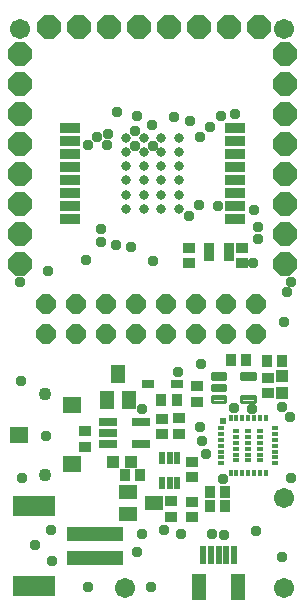
<source format=gbr>
G04 EAGLE Gerber RS-274X export*
G75*
%MOMM*%
%FSLAX34Y34*%
%LPD*%
%INSoldermask Top*%
%IPPOS*%
%AMOC8*
5,1,8,0,0,1.08239X$1,22.5*%
G01*
%ADD10C,1.703200*%
%ADD11R,1.703200X0.903200*%
%ADD12C,0.803200*%
%ADD13C,0.293481*%
%ADD14R,0.903200X1.603200*%
%ADD15R,1.103200X0.903200*%
%ADD16R,0.600000X0.300000*%
%ADD17R,0.300000X0.600000*%
%ADD18R,0.500000X0.500000*%
%ADD19R,0.603200X1.553200*%
%ADD20R,1.303200X2.303200*%
%ADD21R,4.803200X1.203200*%
%ADD22R,3.603200X1.803200*%
%ADD23P,1.759533X8X202.500000*%
%ADD24R,0.903200X1.103200*%
%ADD25R,1.524000X0.762000*%
%ADD26R,1.003200X0.803200*%
%ADD27R,1.603200X1.203200*%
%ADD28R,1.203200X1.603200*%
%ADD29R,0.558800X0.990600*%
%ADD30R,1.003200X1.003200*%
%ADD31C,1.103200*%
%ADD32R,1.603200X1.403200*%
%ADD33P,2.144431X8X22.500000*%
%ADD34P,2.144431X8X112.500000*%
%ADD35C,0.959600*%


D10*
X302006Y196088D03*
X78232Y196596D03*
X301752Y-276860D03*
X167386Y-276606D03*
X301752Y-201168D03*
D11*
X120500Y112140D03*
X120500Y101140D03*
X120500Y90140D03*
X120500Y79140D03*
X120500Y68140D03*
X120500Y57140D03*
X120500Y46140D03*
X120500Y35140D03*
X260500Y35140D03*
X260500Y46140D03*
X260500Y57140D03*
X260500Y68140D03*
X260500Y79140D03*
X260500Y90140D03*
X260500Y101140D03*
X260500Y112140D03*
D12*
X168000Y104140D03*
X183000Y104140D03*
X198000Y104140D03*
X213000Y104140D03*
X168000Y92140D03*
X183000Y92140D03*
X198000Y92140D03*
X213000Y92140D03*
X168000Y80140D03*
X183000Y80140D03*
X198000Y80140D03*
X213000Y80140D03*
X168000Y68140D03*
X183000Y68140D03*
X198000Y68140D03*
X213000Y68140D03*
X168000Y56140D03*
X183000Y56140D03*
X198000Y56140D03*
X213000Y56140D03*
X168000Y44140D03*
X183000Y44140D03*
X198000Y44140D03*
X213000Y44140D03*
D13*
X240677Y-95189D02*
X240677Y-100187D01*
X240677Y-95189D02*
X251875Y-95189D01*
X251875Y-100187D01*
X240677Y-100187D01*
X240677Y-97399D02*
X251875Y-97399D01*
X265777Y-114189D02*
X265777Y-119187D01*
X265777Y-114189D02*
X276975Y-114189D01*
X276975Y-119187D01*
X265777Y-119187D01*
X265777Y-116399D02*
X276975Y-116399D01*
X240677Y-109687D02*
X240677Y-104689D01*
X251875Y-104689D01*
X251875Y-109687D01*
X240677Y-109687D01*
X240677Y-106899D02*
X251875Y-106899D01*
X240677Y-114189D02*
X240677Y-119187D01*
X240677Y-114189D02*
X251875Y-114189D01*
X251875Y-119187D01*
X240677Y-119187D01*
X240677Y-116399D02*
X251875Y-116399D01*
X265777Y-100187D02*
X265777Y-95189D01*
X276975Y-95189D01*
X276975Y-100187D01*
X265777Y-100187D01*
X265777Y-97399D02*
X276975Y-97399D01*
D14*
X238134Y7366D03*
X255134Y7366D03*
D15*
X220980Y-1928D03*
X220980Y11072D03*
X265938Y-2182D03*
X265938Y10818D03*
D16*
X248526Y-141464D03*
X248526Y-146464D03*
X248526Y-151464D03*
X248526Y-156464D03*
X248526Y-161464D03*
X248526Y-166464D03*
X248526Y-171464D03*
D17*
X256526Y-179464D03*
X261526Y-179464D03*
X266526Y-179464D03*
X271526Y-179464D03*
X276526Y-179464D03*
X281526Y-179464D03*
X286526Y-179464D03*
D16*
X294526Y-171464D03*
X294526Y-166464D03*
X294526Y-161464D03*
X294526Y-156464D03*
X294526Y-151464D03*
X294526Y-146464D03*
X294526Y-141464D03*
D17*
X286526Y-133464D03*
X281526Y-133464D03*
X276526Y-133464D03*
X271526Y-133464D03*
X266526Y-133464D03*
X261526Y-133464D03*
X256526Y-133464D03*
D18*
X250501Y-135439D03*
D16*
X261526Y-143964D03*
X271526Y-143964D03*
X281526Y-143964D03*
X261526Y-148964D03*
X271526Y-148964D03*
X281526Y-148964D03*
X261526Y-153964D03*
X271526Y-153964D03*
X281526Y-153964D03*
X261526Y-158964D03*
X271526Y-158964D03*
X281526Y-158964D03*
X261526Y-163964D03*
X271526Y-163964D03*
X281526Y-163964D03*
X261526Y-168964D03*
X271526Y-168964D03*
X281526Y-168964D03*
D19*
X233380Y-249164D03*
X239880Y-249164D03*
X246380Y-249164D03*
X252880Y-249164D03*
X259380Y-249164D03*
D20*
X229880Y-275914D03*
X262880Y-275914D03*
D21*
X142156Y-251554D03*
X142156Y-231554D03*
D22*
X90156Y-275554D03*
X90156Y-207554D03*
D23*
X277876Y-36576D03*
X277876Y-61976D03*
X252476Y-36576D03*
X252476Y-61976D03*
X227076Y-36576D03*
X227076Y-61976D03*
X201676Y-36576D03*
X201676Y-61976D03*
X176276Y-36576D03*
X176276Y-61976D03*
X150876Y-36576D03*
X150876Y-61976D03*
X125476Y-36576D03*
X125476Y-61976D03*
X100076Y-36576D03*
X100076Y-61976D03*
D24*
X252118Y-207772D03*
X239118Y-207772D03*
X251864Y-195580D03*
X238864Y-195580D03*
D15*
X288544Y-112164D03*
X288544Y-99164D03*
X227838Y-119276D03*
X227838Y-106276D03*
D25*
X152908Y-136144D03*
X152908Y-145542D03*
X152908Y-154940D03*
X180340Y-154940D03*
X180340Y-136144D03*
D26*
X211636Y-104140D03*
X186636Y-104140D03*
D27*
X191594Y-204978D03*
X169594Y-214478D03*
X169594Y-195478D03*
D28*
X161290Y-95426D03*
X170790Y-117426D03*
X151790Y-117426D03*
D29*
X198478Y-188468D03*
X204978Y-188468D03*
X211478Y-188468D03*
X211478Y-167132D03*
X204978Y-167132D03*
X198478Y-167132D03*
D30*
X172092Y-170434D03*
X157092Y-170434D03*
X299974Y-112148D03*
X299974Y-97148D03*
D24*
X179982Y-181610D03*
X166982Y-181610D03*
X300378Y-84836D03*
X287378Y-84836D03*
D15*
X206502Y-216558D03*
X206502Y-203558D03*
X223520Y-203812D03*
X223520Y-216812D03*
X198882Y-133708D03*
X198882Y-146708D03*
X212852Y-146454D03*
X212852Y-133454D03*
D31*
X99568Y-113066D03*
D32*
X122068Y-172066D03*
X77068Y-147066D03*
X122068Y-122066D03*
D31*
X99568Y-181066D03*
D33*
X302260Y175514D03*
X302260Y150114D03*
X302260Y124714D03*
X302260Y99314D03*
X302260Y73914D03*
X302260Y48514D03*
X302260Y23114D03*
X302260Y-2286D03*
X78232Y175133D03*
X78232Y149733D03*
X78232Y124333D03*
X78232Y98933D03*
X78232Y73533D03*
X78232Y48133D03*
X78232Y22733D03*
X78232Y-2667D03*
D34*
X102870Y197866D03*
X128270Y197866D03*
X153670Y197866D03*
X179070Y197866D03*
X204470Y197866D03*
X229870Y197866D03*
X255270Y197866D03*
X280670Y197866D03*
D15*
X224282Y-183030D03*
X224282Y-170030D03*
D24*
X256898Y-83820D03*
X269898Y-83820D03*
D15*
X133604Y-144376D03*
X133604Y-157376D03*
D24*
X210970Y-118110D03*
X197970Y-118110D03*
D35*
X221742Y38248D03*
X276352Y42926D03*
X79248Y-101600D03*
X80264Y-184150D03*
X90932Y-240792D03*
X136144Y-275844D03*
X177038Y-246126D03*
X278130Y-228854D03*
X230886Y-140716D03*
X231648Y-87630D03*
X172212Y11938D03*
X159512Y13716D03*
X147066Y15748D03*
X147066Y27178D03*
X134366Y508D03*
X190500Y254D03*
X102108Y-8763D03*
X275844Y-2032D03*
X250190Y-184912D03*
X200406Y-227584D03*
X229616Y46990D03*
X78105Y-17526D03*
X208788Y121666D03*
X175514Y109982D03*
X260096Y124206D03*
X189484Y-276352D03*
X100076Y-148336D03*
X307340Y-184150D03*
X300228Y-250698D03*
X181356Y-125730D03*
X105156Y-254508D03*
X245618Y46482D03*
X301498Y-52070D03*
X104648Y-227584D03*
X135636Y97790D03*
X143764Y105156D03*
X151638Y98298D03*
X153162Y107696D03*
X175514Y97282D03*
X190754Y97282D03*
X279908Y28448D03*
X307693Y-17907D03*
X307291Y-131875D03*
X259842Y-124968D03*
X280187Y18313D03*
X304645Y-26543D03*
X300052Y-123620D03*
X274320Y-125158D03*
X240718Y-231140D03*
X236156Y-163830D03*
X251206Y-231902D03*
X232156Y-152400D03*
X181610Y-231140D03*
X214884Y-231394D03*
X212398Y-93980D03*
X239268Y113030D03*
X248412Y122936D03*
X160528Y125928D03*
X230632Y105156D03*
X177292Y122654D03*
X222504Y118364D03*
X189992Y114808D03*
M02*

</source>
